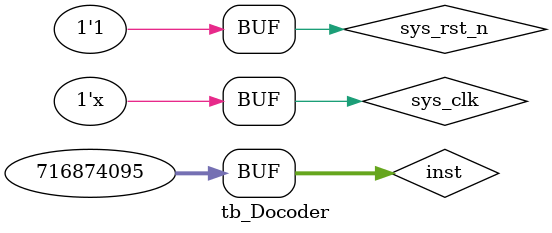
<source format=v>
`timescale 1ns/1ns 

module tb_Docoder ();

parameter CLK_PERIOD = 20;
parameter DIV_CLK = 25;

reg         sys_clk;        
reg         sys_rst_n;

reg     [31:0]  inst;

wire    [2:0]   ALUControl;
wire    [31:0]  imm;
wire    [31:0]  shamt;

wire    [1:0]   srcAE;
wire    [1:0]   srcBE;

wire    [4:0]   rs1;
wire    [4:0]   rs2;
wire    [4:0]   rd;

wire            RdMem;
wire            WrMem;
wire            WrPc;
wire            WrReg;

initial begin
    sys_clk     <=  1'b0;
    sys_rst_n   <=  1'b0;
    #110
    sys_rst_n   <=  1'b1;

    inst        <=  31'b0000000_00001_00010_000_00011_0110011;  // add r3, r1, r2
    #20
    inst        <=  31'b0100000_00011_00010_000_00001_0110011;  // sub r1, r2, r3
    #20
    inst        <=  31'b001001100000_00010_000_00011_0010011;   // addi r2 0x260 r3
    #20
    inst        <=  31'b001001100000_00010_100_00011_0010011;   // xori r2 0x260 r3
    #20
    inst        <=  31'b0000000_00001_00010_010_00011_0110011;  // slt r2 r1 r3
    #20
    inst        <=  31'b000000001111_00011_100_00010_0000011;   // lw
    #20
    inst        <=  31'b001001100000_00011_100_00010_0100011;   // sw
    #20
    inst        <=  31'b1_0101010101_1_10101010_00010_1101111;  // jal r2 0x01010101010101010101
end


always  #(CLK_PERIOD / 2)   sys_clk  =  ~sys_clk;

Docoder u_Decoder (
    .clk_i              (sys_clk    ),
    .rst_i              (~sys_rst_n ),

    .inst_i             (inst       ),

    .ALUControl_o       (ALUControl ),
    .imm_o              (imm        ),
    .shamt_o            (shamt      ),

    .srcAE_o            (srcAE      ),
    .srcBE_o            (srcBE      ),

    .rs1_o              (rs1        ),
    .rs2_o              (rs2        ),
    .rd_o               (rd         ),

    .RdMem_o            (RdMem      ),
    .WrMem_o            (WrMem      ),
    .WrPc_o             (WrPc       ),
    .WrReg_o            (WrReg      )

);

endmodule
</source>
